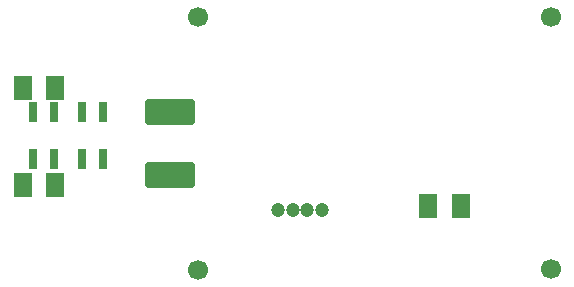
<source format=gbs>
G04*
G04 #@! TF.GenerationSoftware,Altium Limited,Altium Designer,21.0.9 (235)*
G04*
G04 Layer_Color=16711935*
%FSLAX44Y44*%
%MOMM*%
G71*
G04*
G04 #@! TF.SameCoordinates,44F510CF-A20F-4482-AB1E-84DE8B2B5685*
G04*
G04*
G04 #@! TF.FilePolarity,Negative*
G04*
G01*
G75*
%ADD57C,1.2000*%
%ADD58C,1.7000*%
%ADD67R,0.7874X1.6510*%
%ADD68R,1.5800X2.0200*%
G04:AMPARAMS|DCode=69|XSize=2.2mm|YSize=4.2mm|CornerRadius=0.17mm|HoleSize=0mm|Usage=FLASHONLY|Rotation=270.000|XOffset=0mm|YOffset=0mm|HoleType=Round|Shape=RoundedRectangle|*
%AMROUNDEDRECTD69*
21,1,2.2000,3.8600,0,0,270.0*
21,1,1.8600,4.2000,0,0,270.0*
1,1,0.3400,-1.9300,-0.9300*
1,1,0.3400,-1.9300,0.9300*
1,1,0.3400,1.9300,0.9300*
1,1,0.3400,1.9300,-0.9300*
%
%ADD69ROUNDEDRECTD69*%
D57*
X408437Y281737D02*
D03*
X445937D02*
D03*
X433437D02*
D03*
X420937D02*
D03*
D58*
X341040Y445300D02*
D03*
X639540Y231700D02*
D03*
Y445300D02*
D03*
X341040Y230700D02*
D03*
D67*
X200742Y364403D02*
D03*
X218742D02*
D03*
Y324403D02*
D03*
X200742D02*
D03*
X242742Y364403D02*
D03*
X260742D02*
D03*
Y324403D02*
D03*
X242742D02*
D03*
D68*
X220030Y302938D02*
D03*
X192650D02*
D03*
Y384800D02*
D03*
X220030D02*
D03*
X535860Y285300D02*
D03*
X563240D02*
D03*
D69*
X317136Y364471D02*
D03*
Y311271D02*
D03*
M02*

</source>
